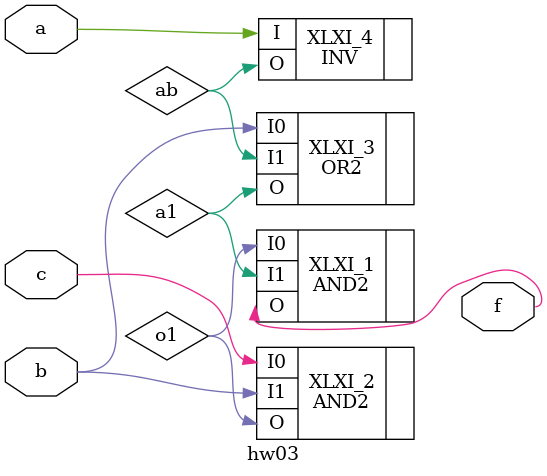
<source format=v>
`timescale 1ns / 1ps

module hw03(a, 
            b, 
            c, 
            f);

input a;
input b;
input c;
output f;

wire ab;
wire a1;
wire o1;

AND2  XLXI_1 (.I0(o1), 
.I1(a1), 
.O(f));
AND2  XLXI_2 (.I0(c), 
.I1(b), 
.O(o1));
OR2  XLXI_3 (.I0(b), 
.I1(ab), 
.O(a1));
INV  XLXI_4 (.I(a), 
.O(ab));
endmodule
</source>
